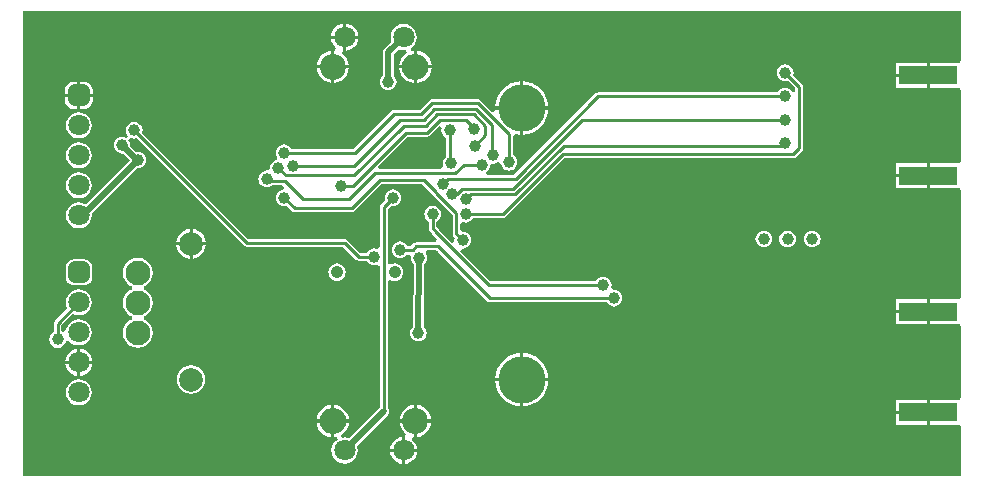
<source format=gbl>
G04*
G04 #@! TF.GenerationSoftware,Altium Limited,Altium Designer,18.1.1 (9)*
G04*
G04 Layer_Physical_Order=2*
G04 Layer_Color=16711680*
%FSLAX42Y42*%
%MOMM*%
G71*
G01*
G75*
%ADD37C,4.00*%
%ADD50R,4.90X1.60*%
%ADD56C,0.25*%
%ADD57C,0.50*%
%ADD60C,1.06*%
%ADD61C,1.80*%
G04:AMPARAMS|DCode=62|XSize=1.8mm|YSize=1.8mm|CornerRadius=0.45mm|HoleSize=0mm|Usage=FLASHONLY|Rotation=270.000|XOffset=0mm|YOffset=0mm|HoleType=Round|Shape=RoundedRectangle|*
%AMROUNDEDRECTD62*
21,1,1.80,0.90,0,0,270.0*
21,1,0.90,1.80,0,0,270.0*
1,1,0.90,-0.45,-0.45*
1,1,0.90,-0.45,0.45*
1,1,0.90,0.45,0.45*
1,1,0.90,0.45,-0.45*
%
%ADD62ROUNDEDRECTD62*%
%ADD63O,2.25X2.20*%
%ADD64C,2.20*%
%ADD65C,2.00*%
%ADD66C,2.10*%
%ADD67C,1.00*%
%ADD68C,3.80*%
%ADD69C,0.25*%
G36*
X7969Y3553D02*
X7963Y3530D01*
X7944Y3530D01*
X7705D01*
Y3425D01*
Y3320D01*
X7944D01*
X7963Y3320D01*
X7969Y3297D01*
Y2703D01*
X7963Y2680D01*
X7944Y2680D01*
X7705D01*
Y2575D01*
Y2470D01*
X7944D01*
X7963Y2470D01*
X7969Y2447D01*
Y1553D01*
X7963Y1530D01*
X7944Y1530D01*
X7705D01*
Y1425D01*
Y1320D01*
X7944D01*
X7963Y1320D01*
X7969Y1297D01*
Y703D01*
X7963Y680D01*
X7944Y680D01*
X7705D01*
Y575D01*
Y470D01*
X7944D01*
X7963Y470D01*
X7969Y447D01*
Y31D01*
X31D01*
Y3969D01*
X7969D01*
Y3553D01*
D02*
G37*
%LPC*%
G36*
X2763Y3865D02*
Y3763D01*
X2865D01*
X2862Y3780D01*
X2851Y3808D01*
X2832Y3832D01*
X2808Y3851D01*
X2780Y3862D01*
X2763Y3865D01*
D02*
G37*
G36*
X2737D02*
X2720Y3862D01*
X2692Y3851D01*
X2668Y3832D01*
X2649Y3808D01*
X2638Y3780D01*
X2635Y3763D01*
X2737D01*
Y3865D01*
D02*
G37*
G36*
X2865Y3737D02*
X2763D01*
Y3635D01*
X2780Y3638D01*
X2808Y3649D01*
X2832Y3668D01*
X2851Y3692D01*
X2862Y3720D01*
X2865Y3737D01*
D02*
G37*
G36*
X2737D02*
X2635D01*
X2638Y3720D01*
X2649Y3692D01*
X2668Y3668D01*
X2681Y3658D01*
X2671Y3634D01*
X2663Y3635D01*
Y3513D01*
X2785D01*
X2782Y3535D01*
X2768Y3568D01*
X2747Y3597D01*
X2727Y3611D01*
X2737Y3635D01*
X2737Y3635D01*
Y3737D01*
D02*
G37*
G36*
X3363Y3635D02*
Y3513D01*
X3487D01*
X3484Y3535D01*
X3471Y3568D01*
X3449Y3597D01*
X3421Y3618D01*
X3388Y3632D01*
X3363Y3635D01*
D02*
G37*
G36*
X2637Y3635D02*
X2615Y3632D01*
X2582Y3618D01*
X2553Y3597D01*
X2532Y3568D01*
X2518Y3535D01*
X2515Y3513D01*
X2637D01*
Y3635D01*
D02*
G37*
G36*
X3250Y3861D02*
X3221Y3857D01*
X3195Y3846D01*
X3172Y3828D01*
X3154Y3805D01*
X3143Y3779D01*
X3139Y3750D01*
X3143Y3721D01*
X3147Y3712D01*
X3088Y3652D01*
X3078Y3638D01*
X3074Y3620D01*
Y3423D01*
X3070Y3420D01*
X3059Y3405D01*
X3052Y3388D01*
X3049Y3370D01*
X3052Y3352D01*
X3059Y3335D01*
X3070Y3320D01*
X3085Y3309D01*
X3102Y3302D01*
X3120Y3299D01*
X3138Y3302D01*
X3155Y3309D01*
X3170Y3320D01*
X3181Y3335D01*
X3188Y3352D01*
X3191Y3370D01*
X3188Y3388D01*
X3181Y3405D01*
X3170Y3420D01*
X3166Y3423D01*
Y3601D01*
X3212Y3647D01*
X3221Y3643D01*
X3250Y3639D01*
X3271Y3642D01*
X3279Y3618D01*
X3251Y3597D01*
X3229Y3568D01*
X3216Y3535D01*
X3213Y3513D01*
X3337D01*
Y3635D01*
X3317Y3633D01*
X3311Y3643D01*
X3309Y3657D01*
X3328Y3672D01*
X3346Y3695D01*
X3357Y3721D01*
X3361Y3750D01*
X3357Y3779D01*
X3346Y3805D01*
X3328Y3828D01*
X3305Y3846D01*
X3279Y3857D01*
X3250Y3861D01*
D02*
G37*
G36*
X7680Y3530D02*
X7422D01*
Y3438D01*
X7680D01*
Y3530D01*
D02*
G37*
G36*
X2785Y3487D02*
X2663D01*
Y3365D01*
X2685Y3368D01*
X2718Y3382D01*
X2747Y3403D01*
X2768Y3432D01*
X2782Y3465D01*
X2785Y3487D01*
D02*
G37*
G36*
X2637D02*
X2515D01*
X2518Y3465D01*
X2532Y3432D01*
X2553Y3403D01*
X2582Y3382D01*
X2615Y3368D01*
X2637Y3365D01*
Y3487D01*
D02*
G37*
G36*
X3487D02*
X3363D01*
Y3365D01*
X3388Y3368D01*
X3421Y3382D01*
X3449Y3403D01*
X3471Y3432D01*
X3484Y3465D01*
X3487Y3487D01*
D02*
G37*
G36*
X3337D02*
X3213D01*
X3216Y3465D01*
X3229Y3432D01*
X3251Y3403D01*
X3279Y3382D01*
X3312Y3368D01*
X3337Y3365D01*
Y3487D01*
D02*
G37*
G36*
X7680Y3412D02*
X7422D01*
Y3320D01*
X7680D01*
Y3412D01*
D02*
G37*
G36*
X6480Y3521D02*
X6462Y3518D01*
X6445Y3511D01*
X6430Y3500D01*
X6419Y3485D01*
X6412Y3468D01*
X6409Y3450D01*
X6412Y3432D01*
X6419Y3415D01*
X6430Y3400D01*
X6445Y3389D01*
X6462Y3382D01*
X6480Y3379D01*
X6498Y3382D01*
X6500Y3383D01*
X6567Y3316D01*
Y3289D01*
X6542Y3284D01*
X6541Y3285D01*
X6530Y3300D01*
X6515Y3311D01*
X6498Y3318D01*
X6480Y3321D01*
X6462Y3318D01*
X6445Y3311D01*
X6430Y3300D01*
X6419Y3285D01*
X6418Y3283D01*
X4896D01*
X4883Y3281D01*
X4872Y3274D01*
X4184Y2586D01*
X3955D01*
X3948Y2603D01*
X3948Y2611D01*
X3960Y2620D01*
X3971Y2635D01*
X3978Y2652D01*
X3979Y2660D01*
X3986Y2672D01*
X4004Y2680D01*
X4010Y2679D01*
X4028Y2682D01*
X4045Y2689D01*
X4071Y2677D01*
X4072Y2672D01*
X4079Y2655D01*
X4090Y2640D01*
X4105Y2629D01*
X4122Y2622D01*
X4140Y2619D01*
X4158Y2622D01*
X4175Y2629D01*
X4190Y2640D01*
X4201Y2655D01*
X4208Y2672D01*
X4211Y2690D01*
X4208Y2708D01*
X4201Y2725D01*
X4190Y2740D01*
X4175Y2751D01*
X4173Y2752D01*
Y2912D01*
X4198Y2930D01*
X4206Y2928D01*
X4237Y2925D01*
Y3137D01*
X4025D01*
X4026Y3126D01*
X4002Y3115D01*
X3903Y3213D01*
X3893Y3221D01*
X3880Y3223D01*
X3490D01*
X3477Y3221D01*
X3467Y3213D01*
X3386Y3133D01*
X3170D01*
X3157Y3131D01*
X3147Y3123D01*
X2826Y2803D01*
X2390D01*
X2390Y2803D01*
X2302D01*
X2301Y2805D01*
X2290Y2820D01*
X2275Y2831D01*
X2258Y2838D01*
X2240Y2841D01*
X2222Y2838D01*
X2205Y2831D01*
X2190Y2820D01*
X2179Y2805D01*
X2172Y2788D01*
X2169Y2770D01*
X2172Y2752D01*
X2179Y2735D01*
X2179Y2734D01*
X2174Y2718D01*
X2169Y2707D01*
X2155Y2701D01*
X2140Y2690D01*
X2129Y2675D01*
X2122Y2658D01*
X2119Y2640D01*
X2118Y2637D01*
X2097Y2620D01*
X2090Y2621D01*
X2072Y2618D01*
X2055Y2611D01*
X2040Y2600D01*
X2029Y2585D01*
X2022Y2568D01*
X2019Y2550D01*
X2022Y2532D01*
X2029Y2515D01*
X2040Y2500D01*
X2055Y2489D01*
X2072Y2482D01*
X2090Y2479D01*
X2108Y2482D01*
X2125Y2489D01*
X2136Y2497D01*
X2223D01*
X2237Y2483D01*
X2233Y2470D01*
X2226Y2459D01*
X2222Y2458D01*
X2205Y2451D01*
X2190Y2440D01*
X2179Y2425D01*
X2172Y2408D01*
X2169Y2390D01*
X2172Y2372D01*
X2179Y2355D01*
X2190Y2340D01*
X2205Y2329D01*
X2222Y2322D01*
X2240Y2319D01*
X2258Y2322D01*
X2260Y2323D01*
X2307Y2277D01*
X2317Y2269D01*
X2330Y2267D01*
X2810D01*
X2823Y2269D01*
X2833Y2277D01*
X3064Y2507D01*
X3406D01*
X3494Y2419D01*
X3501Y2409D01*
X3664Y2245D01*
Y2083D01*
X3667Y2070D01*
X3674Y2059D01*
X3683Y2050D01*
X3682Y2048D01*
X3679Y2030D01*
X3680Y2022D01*
X3657Y2010D01*
X3553Y2113D01*
X3553Y2115D01*
X3546Y2126D01*
X3528Y2144D01*
Y2188D01*
X3530Y2189D01*
X3545Y2200D01*
X3556Y2215D01*
X3563Y2232D01*
X3566Y2250D01*
X3563Y2268D01*
X3556Y2285D01*
X3545Y2300D01*
X3530Y2311D01*
X3513Y2318D01*
X3495Y2321D01*
X3477Y2318D01*
X3460Y2311D01*
X3445Y2300D01*
X3434Y2285D01*
X3427Y2268D01*
X3424Y2250D01*
X3427Y2232D01*
X3434Y2215D01*
X3445Y2200D01*
X3460Y2189D01*
X3462Y2188D01*
Y2130D01*
X3464Y2117D01*
X3472Y2107D01*
X3489Y2089D01*
X3489Y2087D01*
X3497Y2077D01*
X3535Y2038D01*
X3525Y2013D01*
X3357D01*
X3344Y2011D01*
X3333Y2003D01*
X3313Y1983D01*
X3282D01*
X3281Y1985D01*
X3270Y2000D01*
X3255Y2011D01*
X3238Y2018D01*
X3220Y2021D01*
X3202Y2018D01*
X3185Y2011D01*
X3170Y2000D01*
X3159Y1985D01*
X3152Y1968D01*
X3149Y1950D01*
X3152Y1932D01*
X3159Y1915D01*
X3170Y1900D01*
X3185Y1889D01*
X3202Y1882D01*
X3220Y1879D01*
X3238Y1882D01*
X3255Y1889D01*
X3270Y1900D01*
X3273Y1904D01*
X3291Y1907D01*
X3300Y1906D01*
X3303Y1904D01*
X3311Y1892D01*
X3309Y1880D01*
X3312Y1862D01*
X3319Y1845D01*
X3330Y1830D01*
X3334Y1827D01*
X3330Y1298D01*
X3325Y1295D01*
X3314Y1280D01*
X3307Y1263D01*
X3304Y1245D01*
X3307Y1227D01*
X3314Y1210D01*
X3325Y1195D01*
X3340Y1184D01*
X3357Y1177D01*
X3375Y1174D01*
X3393Y1177D01*
X3410Y1184D01*
X3425Y1195D01*
X3436Y1210D01*
X3443Y1227D01*
X3446Y1245D01*
X3443Y1263D01*
X3436Y1280D01*
X3425Y1295D01*
X3421Y1298D01*
X3425Y1827D01*
X3430Y1830D01*
X3441Y1845D01*
X3448Y1862D01*
X3451Y1880D01*
X3448Y1898D01*
X3441Y1915D01*
X3436Y1922D01*
X3447Y1947D01*
X3447Y1947D01*
X3526D01*
X3957Y1517D01*
X3967Y1509D01*
X3980Y1507D01*
X4968D01*
X4969Y1505D01*
X4980Y1490D01*
X4995Y1479D01*
X5012Y1472D01*
X5030Y1469D01*
X5048Y1472D01*
X5065Y1479D01*
X5080Y1490D01*
X5091Y1505D01*
X5098Y1522D01*
X5101Y1540D01*
X5098Y1558D01*
X5091Y1575D01*
X5080Y1590D01*
X5065Y1601D01*
X5048Y1608D01*
X5030Y1611D01*
X5026Y1610D01*
X5008Y1632D01*
X5011Y1650D01*
X5008Y1668D01*
X5001Y1685D01*
X4990Y1700D01*
X4975Y1711D01*
X4958Y1718D01*
X4940Y1721D01*
X4922Y1718D01*
X4905Y1711D01*
X4890Y1700D01*
X4879Y1685D01*
X4878Y1683D01*
X3984D01*
X3933Y1733D01*
X3730Y1937D01*
X3742Y1960D01*
X3750Y1959D01*
X3768Y1962D01*
X3785Y1969D01*
X3800Y1980D01*
X3811Y1995D01*
X3818Y2012D01*
X3821Y2030D01*
X3818Y2048D01*
X3811Y2065D01*
X3800Y2080D01*
X3785Y2091D01*
X3768Y2098D01*
X3750Y2101D01*
X3731Y2123D01*
Y2170D01*
X3756Y2184D01*
X3762Y2182D01*
X3780Y2179D01*
X3798Y2182D01*
X3815Y2189D01*
X3830Y2200D01*
X3841Y2215D01*
X3842Y2217D01*
X4088D01*
X4101Y2219D01*
X4112Y2227D01*
X4612Y2727D01*
X6550D01*
X6563Y2729D01*
X6573Y2737D01*
X6623Y2787D01*
X6631Y2797D01*
X6633Y2810D01*
Y3330D01*
X6631Y3343D01*
X6623Y3353D01*
X6547Y3430D01*
X6548Y3432D01*
X6551Y3450D01*
X6548Y3468D01*
X6541Y3485D01*
X6530Y3500D01*
X6515Y3511D01*
X6498Y3518D01*
X6480Y3521D01*
D02*
G37*
G36*
X545Y3374D02*
X513D01*
Y3271D01*
X616D01*
Y3303D01*
X614Y3321D01*
X606Y3339D01*
X595Y3353D01*
X581Y3364D01*
X563Y3372D01*
X545Y3374D01*
D02*
G37*
G36*
X487D02*
X455D01*
X437Y3372D01*
X419Y3364D01*
X405Y3353D01*
X394Y3339D01*
X386Y3321D01*
X384Y3303D01*
Y3271D01*
X487D01*
Y3374D01*
D02*
G37*
G36*
X4263Y3375D02*
Y3163D01*
X4475D01*
X4472Y3194D01*
X4459Y3237D01*
X4438Y3276D01*
X4410Y3310D01*
X4376Y3338D01*
X4337Y3359D01*
X4294Y3372D01*
X4263Y3375D01*
D02*
G37*
G36*
X4237Y3375D02*
X4206Y3372D01*
X4163Y3359D01*
X4124Y3338D01*
X4090Y3310D01*
X4062Y3276D01*
X4041Y3237D01*
X4028Y3194D01*
X4025Y3163D01*
X4237D01*
Y3375D01*
D02*
G37*
G36*
X616Y3245D02*
X513D01*
Y3142D01*
X545D01*
X563Y3144D01*
X581Y3152D01*
X595Y3163D01*
X606Y3177D01*
X614Y3195D01*
X616Y3213D01*
Y3245D01*
D02*
G37*
G36*
X487D02*
X384D01*
Y3213D01*
X386Y3195D01*
X394Y3177D01*
X405Y3163D01*
X419Y3152D01*
X437Y3144D01*
X455Y3142D01*
X487D01*
Y3245D01*
D02*
G37*
G36*
X4475Y3137D02*
X4263D01*
Y2925D01*
X4294Y2928D01*
X4337Y2941D01*
X4376Y2962D01*
X4410Y2990D01*
X4438Y3024D01*
X4459Y3063D01*
X4472Y3106D01*
X4475Y3137D01*
D02*
G37*
G36*
X970Y3031D02*
X952Y3028D01*
X935Y3021D01*
X920Y3010D01*
X909Y2995D01*
X902Y2978D01*
X899Y2960D01*
X902Y2942D01*
X909Y2925D01*
X916Y2916D01*
X900Y2896D01*
X883Y2903D01*
X865Y2906D01*
X847Y2903D01*
X830Y2896D01*
X815Y2885D01*
X804Y2870D01*
X797Y2853D01*
X794Y2835D01*
X797Y2817D01*
X804Y2800D01*
X815Y2785D01*
X830Y2774D01*
X847Y2767D01*
X865Y2764D01*
X870Y2765D01*
X930Y2705D01*
X930Y2705D01*
X560Y2335D01*
X555Y2338D01*
X529Y2349D01*
X500Y2353D01*
X471Y2349D01*
X445Y2338D01*
X422Y2320D01*
X404Y2297D01*
X393Y2271D01*
X389Y2242D01*
X393Y2213D01*
X404Y2187D01*
X422Y2164D01*
X445Y2146D01*
X471Y2135D01*
X500Y2131D01*
X529Y2135D01*
X555Y2146D01*
X578Y2164D01*
X596Y2187D01*
X607Y2213D01*
X611Y2242D01*
X609Y2254D01*
X995Y2640D01*
X1000Y2639D01*
X1018Y2642D01*
X1035Y2649D01*
X1050Y2660D01*
X1061Y2675D01*
X1068Y2692D01*
X1071Y2710D01*
X1068Y2728D01*
X1061Y2745D01*
X1050Y2760D01*
X1035Y2771D01*
X1018Y2778D01*
X1000Y2781D01*
X986Y2779D01*
X935Y2830D01*
X936Y2835D01*
X933Y2853D01*
X926Y2870D01*
X919Y2879D01*
X935Y2899D01*
X952Y2892D01*
X970Y2889D01*
X988Y2892D01*
X990Y2893D01*
X1897Y1987D01*
X1907Y1979D01*
X1920Y1977D01*
X2736D01*
X2847Y1867D01*
X2857Y1859D01*
X2870Y1857D01*
X2938D01*
X2939Y1855D01*
X2950Y1840D01*
X2965Y1829D01*
X2982Y1822D01*
X3000Y1819D01*
X3018Y1822D01*
X3023Y1824D01*
X3048Y1809D01*
Y613D01*
X2788Y353D01*
X2779Y357D01*
X2750Y361D01*
X2729Y358D01*
X2721Y382D01*
X2749Y403D01*
X2771Y432D01*
X2784Y465D01*
X2787Y487D01*
X2663D01*
Y365D01*
X2683Y367D01*
X2689Y357D01*
X2691Y343D01*
X2672Y328D01*
X2654Y305D01*
X2643Y279D01*
X2639Y250D01*
X2643Y221D01*
X2654Y195D01*
X2672Y172D01*
X2695Y154D01*
X2721Y143D01*
X2750Y139D01*
X2779Y143D01*
X2805Y154D01*
X2828Y172D01*
X2846Y195D01*
X2857Y221D01*
X2861Y250D01*
X2857Y279D01*
X2853Y288D01*
X3114Y549D01*
X3124Y564D01*
X3127Y581D01*
X3124Y599D01*
X3115Y612D01*
Y1682D01*
X3130Y1692D01*
X3140Y1695D01*
X3155Y1689D01*
X3174Y1686D01*
X3193Y1689D01*
X3211Y1696D01*
X3226Y1708D01*
X3238Y1723D01*
X3245Y1741D01*
X3248Y1760D01*
X3245Y1779D01*
X3238Y1797D01*
X3226Y1812D01*
X3211Y1824D01*
X3193Y1831D01*
X3174Y1834D01*
X3155Y1831D01*
X3140Y1825D01*
X3130Y1828D01*
X3115Y1838D01*
Y1849D01*
X3116Y1856D01*
Y1924D01*
X3115Y1931D01*
Y2297D01*
X3140Y2323D01*
X3142Y2322D01*
X3160Y2319D01*
X3178Y2322D01*
X3195Y2329D01*
X3210Y2340D01*
X3221Y2355D01*
X3228Y2372D01*
X3231Y2390D01*
X3228Y2408D01*
X3221Y2425D01*
X3210Y2440D01*
X3195Y2451D01*
X3178Y2458D01*
X3160Y2461D01*
X3142Y2458D01*
X3125Y2451D01*
X3110Y2440D01*
X3099Y2425D01*
X3092Y2408D01*
X3089Y2390D01*
X3092Y2372D01*
X3093Y2370D01*
X3058Y2335D01*
X3050Y2324D01*
X3048Y2311D01*
Y1971D01*
X3023Y1956D01*
X3018Y1958D01*
X3000Y1961D01*
X2982Y1958D01*
X2965Y1951D01*
X2950Y1940D01*
X2939Y1925D01*
X2938Y1923D01*
X2884D01*
X2773Y2033D01*
X2763Y2041D01*
X2750Y2043D01*
X1934D01*
X1037Y2940D01*
X1038Y2942D01*
X1041Y2960D01*
X1038Y2978D01*
X1031Y2995D01*
X1020Y3010D01*
X1005Y3021D01*
X988Y3028D01*
X970Y3031D01*
D02*
G37*
G36*
X500Y3115D02*
X471Y3111D01*
X445Y3100D01*
X422Y3082D01*
X404Y3059D01*
X393Y3033D01*
X389Y3004D01*
X393Y2975D01*
X404Y2949D01*
X422Y2926D01*
X445Y2908D01*
X471Y2897D01*
X500Y2893D01*
X529Y2897D01*
X555Y2908D01*
X578Y2926D01*
X596Y2949D01*
X607Y2975D01*
X611Y3004D01*
X607Y3033D01*
X596Y3059D01*
X578Y3082D01*
X555Y3100D01*
X529Y3111D01*
X500Y3115D01*
D02*
G37*
G36*
Y2861D02*
X471Y2857D01*
X445Y2846D01*
X422Y2828D01*
X404Y2805D01*
X393Y2779D01*
X389Y2750D01*
X393Y2721D01*
X404Y2695D01*
X422Y2672D01*
X445Y2654D01*
X471Y2643D01*
X500Y2639D01*
X529Y2643D01*
X555Y2654D01*
X578Y2672D01*
X596Y2695D01*
X607Y2721D01*
X611Y2750D01*
X607Y2779D01*
X596Y2805D01*
X578Y2828D01*
X555Y2846D01*
X529Y2857D01*
X500Y2861D01*
D02*
G37*
G36*
X7680Y2680D02*
X7422D01*
Y2588D01*
X7680D01*
Y2680D01*
D02*
G37*
G36*
Y2562D02*
X7422D01*
Y2470D01*
X7680D01*
Y2562D01*
D02*
G37*
G36*
X500Y2607D02*
X471Y2603D01*
X445Y2592D01*
X422Y2574D01*
X404Y2551D01*
X393Y2525D01*
X389Y2496D01*
X393Y2467D01*
X404Y2441D01*
X422Y2418D01*
X445Y2400D01*
X471Y2389D01*
X500Y2385D01*
X529Y2389D01*
X555Y2400D01*
X578Y2418D01*
X596Y2441D01*
X607Y2467D01*
X611Y2496D01*
X607Y2525D01*
X596Y2551D01*
X578Y2574D01*
X555Y2592D01*
X529Y2603D01*
X500Y2607D01*
D02*
G37*
G36*
X1463Y2125D02*
Y2013D01*
X1575D01*
X1572Y2033D01*
X1560Y2063D01*
X1539Y2089D01*
X1513Y2110D01*
X1483Y2122D01*
X1463Y2125D01*
D02*
G37*
G36*
X1437D02*
X1417Y2122D01*
X1387Y2110D01*
X1361Y2089D01*
X1340Y2063D01*
X1328Y2033D01*
X1325Y2013D01*
X1437D01*
Y2125D01*
D02*
G37*
G36*
X6710Y2111D02*
X6692Y2108D01*
X6675Y2101D01*
X6660Y2090D01*
X6649Y2075D01*
X6642Y2058D01*
X6639Y2040D01*
X6642Y2022D01*
X6649Y2005D01*
X6660Y1990D01*
X6675Y1979D01*
X6692Y1972D01*
X6710Y1969D01*
X6728Y1972D01*
X6745Y1979D01*
X6760Y1990D01*
X6771Y2005D01*
X6778Y2022D01*
X6781Y2040D01*
X6778Y2058D01*
X6771Y2075D01*
X6760Y2090D01*
X6745Y2101D01*
X6728Y2108D01*
X6710Y2111D01*
D02*
G37*
G36*
X6500D02*
X6482Y2108D01*
X6465Y2101D01*
X6450Y2090D01*
X6439Y2075D01*
X6432Y2058D01*
X6429Y2040D01*
X6432Y2022D01*
X6439Y2005D01*
X6450Y1990D01*
X6465Y1979D01*
X6482Y1972D01*
X6500Y1969D01*
X6518Y1972D01*
X6535Y1979D01*
X6550Y1990D01*
X6561Y2005D01*
X6568Y2022D01*
X6571Y2040D01*
X6568Y2058D01*
X6561Y2075D01*
X6550Y2090D01*
X6535Y2101D01*
X6518Y2108D01*
X6500Y2111D01*
D02*
G37*
G36*
X6300D02*
X6282Y2108D01*
X6265Y2101D01*
X6250Y2090D01*
X6239Y2075D01*
X6232Y2058D01*
X6229Y2040D01*
X6232Y2022D01*
X6239Y2005D01*
X6250Y1990D01*
X6265Y1979D01*
X6282Y1972D01*
X6300Y1969D01*
X6318Y1972D01*
X6335Y1979D01*
X6350Y1990D01*
X6361Y2005D01*
X6368Y2022D01*
X6371Y2040D01*
X6368Y2058D01*
X6361Y2075D01*
X6350Y2090D01*
X6335Y2101D01*
X6318Y2108D01*
X6300Y2111D01*
D02*
G37*
G36*
X1575Y1987D02*
X1463D01*
Y1875D01*
X1483Y1878D01*
X1513Y1890D01*
X1539Y1911D01*
X1560Y1937D01*
X1572Y1967D01*
X1575Y1987D01*
D02*
G37*
G36*
X1437D02*
X1325D01*
X1328Y1967D01*
X1340Y1937D01*
X1361Y1911D01*
X1387Y1890D01*
X1417Y1878D01*
X1437Y1875D01*
Y1987D01*
D02*
G37*
G36*
X2686Y1834D02*
X2667Y1831D01*
X2649Y1824D01*
X2634Y1812D01*
X2622Y1797D01*
X2615Y1779D01*
X2612Y1760D01*
X2615Y1741D01*
X2622Y1723D01*
X2634Y1708D01*
X2649Y1696D01*
X2667Y1689D01*
X2686Y1686D01*
X2705Y1689D01*
X2723Y1696D01*
X2738Y1708D01*
X2750Y1723D01*
X2757Y1741D01*
X2760Y1760D01*
X2757Y1779D01*
X2750Y1797D01*
X2738Y1812D01*
X2723Y1824D01*
X2705Y1831D01*
X2686Y1834D01*
D02*
G37*
G36*
X545Y1869D02*
X455D01*
X438Y1866D01*
X422Y1860D01*
X409Y1849D01*
X398Y1836D01*
X392Y1820D01*
X389Y1803D01*
Y1713D01*
X392Y1696D01*
X398Y1680D01*
X409Y1667D01*
X422Y1656D01*
X438Y1650D01*
X455Y1647D01*
X545D01*
X562Y1650D01*
X578Y1656D01*
X591Y1667D01*
X602Y1680D01*
X608Y1696D01*
X611Y1713D01*
Y1803D01*
X608Y1820D01*
X602Y1836D01*
X591Y1849D01*
X578Y1860D01*
X562Y1866D01*
X545Y1869D01*
D02*
G37*
G36*
X7680Y1530D02*
X7422D01*
Y1438D01*
X7680D01*
Y1530D01*
D02*
G37*
G36*
X500Y1615D02*
X471Y1611D01*
X445Y1600D01*
X422Y1582D01*
X404Y1559D01*
X393Y1533D01*
X389Y1504D01*
X393Y1475D01*
X402Y1453D01*
X297Y1347D01*
X289Y1337D01*
X287Y1324D01*
Y1252D01*
X285Y1251D01*
X270Y1240D01*
X259Y1225D01*
X252Y1208D01*
X249Y1190D01*
X252Y1172D01*
X259Y1155D01*
X270Y1140D01*
X285Y1129D01*
X302Y1122D01*
X320Y1119D01*
X338Y1122D01*
X355Y1129D01*
X370Y1140D01*
X381Y1155D01*
X388Y1172D01*
X388Y1174D01*
X415Y1181D01*
X422Y1172D01*
X445Y1154D01*
X471Y1143D01*
X500Y1139D01*
X529Y1143D01*
X555Y1154D01*
X578Y1172D01*
X596Y1195D01*
X607Y1221D01*
X611Y1250D01*
X607Y1279D01*
X596Y1305D01*
X578Y1328D01*
X555Y1346D01*
X529Y1357D01*
X500Y1361D01*
X471Y1357D01*
X445Y1346D01*
X422Y1328D01*
X404Y1305D01*
X393Y1279D01*
X391Y1266D01*
X366Y1254D01*
X353Y1264D01*
Y1310D01*
X449Y1406D01*
X471Y1397D01*
X500Y1393D01*
X529Y1397D01*
X555Y1408D01*
X578Y1426D01*
X596Y1449D01*
X607Y1475D01*
X611Y1504D01*
X607Y1533D01*
X596Y1559D01*
X578Y1582D01*
X555Y1600D01*
X529Y1611D01*
X500Y1615D01*
D02*
G37*
G36*
X7680Y1412D02*
X7422D01*
Y1320D01*
X7680D01*
Y1412D01*
D02*
G37*
G36*
X1000Y1880D02*
X967Y1876D01*
X937Y1863D01*
X911Y1843D01*
X891Y1817D01*
X878Y1787D01*
X874Y1754D01*
X878Y1721D01*
X891Y1691D01*
X911Y1665D01*
X937Y1645D01*
X947Y1641D01*
Y1613D01*
X937Y1609D01*
X911Y1589D01*
X891Y1563D01*
X878Y1533D01*
X874Y1500D01*
X878Y1467D01*
X891Y1437D01*
X911Y1411D01*
X937Y1391D01*
X947Y1387D01*
Y1359D01*
X937Y1355D01*
X911Y1335D01*
X891Y1309D01*
X878Y1279D01*
X874Y1246D01*
X878Y1213D01*
X891Y1183D01*
X911Y1157D01*
X937Y1137D01*
X967Y1124D01*
X1000Y1120D01*
X1033Y1124D01*
X1063Y1137D01*
X1089Y1157D01*
X1109Y1183D01*
X1122Y1213D01*
X1126Y1246D01*
X1122Y1279D01*
X1109Y1309D01*
X1089Y1335D01*
X1063Y1355D01*
X1053Y1359D01*
Y1387D01*
X1063Y1391D01*
X1089Y1411D01*
X1109Y1437D01*
X1122Y1467D01*
X1126Y1500D01*
X1122Y1533D01*
X1109Y1563D01*
X1089Y1589D01*
X1063Y1609D01*
X1053Y1613D01*
Y1641D01*
X1063Y1645D01*
X1089Y1665D01*
X1109Y1691D01*
X1122Y1721D01*
X1126Y1754D01*
X1122Y1787D01*
X1109Y1817D01*
X1089Y1843D01*
X1063Y1863D01*
X1033Y1876D01*
X1000Y1880D01*
D02*
G37*
G36*
X513Y1111D02*
Y1009D01*
X615D01*
X612Y1026D01*
X601Y1054D01*
X582Y1078D01*
X558Y1097D01*
X530Y1108D01*
X513Y1111D01*
D02*
G37*
G36*
X487D02*
X470Y1108D01*
X442Y1097D01*
X418Y1078D01*
X399Y1054D01*
X388Y1026D01*
X385Y1009D01*
X487D01*
Y1111D01*
D02*
G37*
G36*
X615Y983D02*
X513D01*
Y881D01*
X530Y884D01*
X558Y895D01*
X582Y914D01*
X601Y938D01*
X612Y966D01*
X615Y983D01*
D02*
G37*
G36*
X487D02*
X385D01*
X388Y966D01*
X399Y938D01*
X418Y914D01*
X442Y895D01*
X470Y884D01*
X487Y881D01*
Y983D01*
D02*
G37*
G36*
X4263Y1075D02*
Y863D01*
X4475D01*
X4472Y894D01*
X4459Y937D01*
X4438Y976D01*
X4410Y1010D01*
X4376Y1038D01*
X4337Y1059D01*
X4294Y1072D01*
X4263Y1075D01*
D02*
G37*
G36*
X4237Y1075D02*
X4206Y1072D01*
X4163Y1059D01*
X4124Y1038D01*
X4090Y1010D01*
X4062Y976D01*
X4041Y937D01*
X4028Y894D01*
X4025Y863D01*
X4237D01*
Y1075D01*
D02*
G37*
G36*
X1450Y971D02*
X1419Y967D01*
X1389Y955D01*
X1364Y936D01*
X1345Y911D01*
X1333Y881D01*
X1329Y850D01*
X1333Y819D01*
X1345Y789D01*
X1364Y764D01*
X1389Y745D01*
X1419Y733D01*
X1450Y729D01*
X1481Y733D01*
X1511Y745D01*
X1536Y764D01*
X1555Y789D01*
X1567Y819D01*
X1571Y850D01*
X1567Y881D01*
X1555Y911D01*
X1536Y936D01*
X1511Y955D01*
X1481Y967D01*
X1450Y971D01*
D02*
G37*
G36*
X500Y853D02*
X471Y849D01*
X445Y838D01*
X422Y820D01*
X404Y797D01*
X393Y771D01*
X389Y742D01*
X393Y713D01*
X404Y687D01*
X422Y664D01*
X445Y646D01*
X471Y635D01*
X500Y631D01*
X529Y635D01*
X555Y646D01*
X578Y664D01*
X596Y687D01*
X607Y713D01*
X611Y742D01*
X607Y771D01*
X596Y797D01*
X578Y820D01*
X555Y838D01*
X529Y849D01*
X500Y853D01*
D02*
G37*
G36*
X4237Y837D02*
X4025D01*
X4028Y806D01*
X4041Y763D01*
X4062Y724D01*
X4090Y690D01*
X4124Y662D01*
X4163Y641D01*
X4206Y628D01*
X4237Y625D01*
Y837D01*
D02*
G37*
G36*
X4475D02*
X4263D01*
Y625D01*
X4294Y628D01*
X4337Y641D01*
X4376Y662D01*
X4410Y690D01*
X4438Y724D01*
X4459Y763D01*
X4472Y806D01*
X4475Y837D01*
D02*
G37*
G36*
X7680Y680D02*
X7422D01*
Y588D01*
X7680D01*
Y680D01*
D02*
G37*
G36*
X3363Y635D02*
Y513D01*
X3485D01*
X3482Y535D01*
X3468Y568D01*
X3447Y597D01*
X3418Y618D01*
X3385Y632D01*
X3363Y635D01*
D02*
G37*
G36*
X3337D02*
X3315Y632D01*
X3282Y618D01*
X3253Y597D01*
X3232Y568D01*
X3218Y535D01*
X3215Y513D01*
X3337D01*
Y635D01*
D02*
G37*
G36*
X2663Y635D02*
Y513D01*
X2787D01*
X2784Y535D01*
X2771Y568D01*
X2749Y597D01*
X2721Y618D01*
X2688Y632D01*
X2663Y635D01*
D02*
G37*
G36*
X2637D02*
X2612Y632D01*
X2579Y618D01*
X2551Y597D01*
X2529Y568D01*
X2516Y535D01*
X2513Y513D01*
X2637D01*
Y635D01*
D02*
G37*
G36*
X7680Y562D02*
X7422D01*
Y470D01*
X7680D01*
Y562D01*
D02*
G37*
G36*
X3485Y487D02*
X3363D01*
Y365D01*
X3385Y368D01*
X3418Y382D01*
X3447Y403D01*
X3468Y432D01*
X3482Y465D01*
X3485Y487D01*
D02*
G37*
G36*
X3337D02*
X3215D01*
X3218Y465D01*
X3232Y432D01*
X3253Y403D01*
X3273Y389D01*
X3263Y365D01*
X3263Y365D01*
Y263D01*
X3365D01*
X3362Y280D01*
X3351Y308D01*
X3332Y332D01*
X3319Y342D01*
X3329Y366D01*
X3337Y365D01*
Y487D01*
D02*
G37*
G36*
X2637D02*
X2513D01*
X2516Y465D01*
X2529Y432D01*
X2551Y403D01*
X2579Y382D01*
X2612Y368D01*
X2637Y365D01*
Y487D01*
D02*
G37*
G36*
X3237Y365D02*
X3220Y362D01*
X3192Y351D01*
X3168Y332D01*
X3149Y308D01*
X3138Y280D01*
X3135Y263D01*
X3237D01*
Y365D01*
D02*
G37*
G36*
X3365Y237D02*
X3263D01*
Y135D01*
X3280Y138D01*
X3308Y149D01*
X3332Y168D01*
X3351Y192D01*
X3362Y220D01*
X3365Y237D01*
D02*
G37*
G36*
X3237D02*
X3135D01*
X3138Y220D01*
X3149Y192D01*
X3168Y168D01*
X3192Y149D01*
X3220Y138D01*
X3237Y135D01*
Y237D01*
D02*
G37*
%LPD*%
G36*
X3573Y2981D02*
X3572Y2978D01*
X3569Y2960D01*
X3572Y2942D01*
X3579Y2925D01*
X3590Y2910D01*
X3605Y2899D01*
X3607Y2898D01*
Y2735D01*
X3600Y2730D01*
X3589Y2715D01*
X3582Y2698D01*
X3579Y2680D01*
X3582Y2662D01*
X3584Y2656D01*
X3570Y2631D01*
X3043D01*
X3032Y2656D01*
X3284Y2907D01*
X3450D01*
X3463Y2909D01*
X3473Y2917D01*
X3552Y2995D01*
X3573Y2981D01*
D02*
G37*
D37*
X4250Y850D02*
D03*
Y3150D02*
D03*
D50*
X7693Y1425D02*
D03*
Y575D02*
D03*
Y2575D02*
D03*
Y3425D02*
D03*
D56*
X2810Y2300D02*
X3050Y2540D01*
X2330Y2300D02*
X2810D01*
X2240Y2390D02*
X2330Y2300D01*
X2310Y2630D02*
X2340Y2660D01*
X2830D02*
X3220Y3050D01*
X2340Y2660D02*
X2830D01*
X2840Y2770D02*
X3170Y3100D01*
X2390Y2770D02*
X2840D01*
X3490Y3190D02*
X3880D01*
X3400Y3100D02*
X3490Y3190D01*
X3170Y3100D02*
X3400D01*
X3510Y3140D02*
X3864D01*
X3420Y3050D02*
X3510Y3140D01*
X3220Y3050D02*
X3420D01*
X3535Y3095D02*
X3845D01*
X3440Y3000D02*
X3535Y3095D01*
X3250Y3000D02*
X3440D01*
X3560Y3050D02*
X3777D01*
X3450Y2940D02*
X3560Y3050D01*
X3270Y2940D02*
X3450D01*
X2830Y2580D02*
X3250Y3000D01*
X2820Y2490D02*
X3270Y2940D01*
X3970Y1650D02*
X4940D01*
X3910Y1710D02*
X3970Y1650D01*
X3980Y1540D02*
X5030D01*
X3540Y1980D02*
X3980Y1540D01*
X2245Y2530D02*
X2398Y2377D01*
X2788D01*
X3008Y2598D01*
X3611D01*
X2720Y2490D02*
X2820D01*
X2250Y2580D02*
X2830D01*
X3050Y2540D02*
X3420D01*
X3520Y2440D01*
X3524Y2433D02*
X3697Y2259D01*
X1920Y2010D02*
X2750D01*
X970Y2960D02*
X1920Y2010D01*
X990Y2710D02*
X1000D01*
X2750Y2010D02*
X2870Y1890D01*
X3000D01*
X500Y2242D02*
X532D01*
X320Y1190D02*
Y1324D01*
X500Y1504D01*
X2240Y2770D02*
X2390D01*
X2390Y2770D01*
X2190Y2640D02*
X2250Y2580D01*
X2310Y2662D02*
X2310Y2662D01*
X2090Y2550D02*
X2110Y2530D01*
X2245D01*
X3611Y2598D02*
X3613Y2600D01*
X3616Y2598D01*
X3684D01*
X3757Y2670D01*
X3780Y2250D02*
X4088D01*
X3697Y2083D02*
Y2259D01*
X3495Y2130D02*
Y2250D01*
Y2130D02*
X3522Y2102D01*
X3520Y2100D02*
X3522Y2102D01*
X3520Y2100D02*
X3910Y1710D01*
X3697Y2083D02*
X3750Y2030D01*
X3357Y1980D02*
X3540D01*
X3757Y2670D02*
X3910D01*
X4088Y2250D02*
X4598Y2760D01*
X2310Y2630D02*
Y2662D01*
X3880Y3190D02*
X4140Y2930D01*
Y2690D02*
Y2930D01*
X3864Y3140D02*
X4000Y3004D01*
Y2770D02*
Y3004D01*
X4010Y2720D02*
Y2750D01*
X3845Y3095D02*
X3940Y3000D01*
Y2920D02*
Y3000D01*
X3850Y2830D02*
X3940Y2920D01*
X3777Y3050D02*
X3845Y2982D01*
Y2970D02*
Y2982D01*
X3640Y2690D02*
Y2960D01*
Y2690D02*
X3650Y2680D01*
X4598Y2760D02*
X6550D01*
X6600Y2810D01*
Y3330D01*
X6480Y3450D02*
X6600Y3330D01*
X3327Y1950D02*
X3357Y1980D01*
X3220Y1950D02*
X3327D01*
D57*
X3120Y3620D02*
X3250Y3750D01*
X3120Y3370D02*
Y3620D01*
X2750Y250D02*
X3081Y581D01*
X532Y2242D02*
X1000Y2710D01*
X865Y2835D02*
X990Y2710D01*
X3375Y1245D02*
X3380Y1880D01*
D60*
X2686Y1760D02*
D03*
X3174D02*
D03*
D61*
X500Y2242D02*
D03*
Y2496D02*
D03*
Y3004D02*
D03*
Y2750D02*
D03*
X3250Y3750D02*
D03*
X2750D02*
D03*
X500Y1250D02*
D03*
Y1504D02*
D03*
Y996D02*
D03*
Y742D02*
D03*
X3250Y250D02*
D03*
X2750D02*
D03*
D62*
X500Y3258D02*
D03*
Y1758D02*
D03*
D63*
X3350Y3500D02*
D03*
X2650Y500D02*
D03*
D64*
X2650Y3500D02*
D03*
X3350Y500D02*
D03*
D65*
X1450Y850D02*
D03*
Y2000D02*
D03*
D66*
X1000Y1246D02*
D03*
Y1754D02*
D03*
Y1500D02*
D03*
D67*
X6710Y2040D02*
D03*
X6500D02*
D03*
X6300D02*
D03*
X3120Y3370D02*
D03*
X7350Y3650D02*
D03*
X7290Y660D02*
D03*
X2720Y2490D02*
D03*
X2970Y2330D02*
D03*
X3160Y2390D02*
D03*
X970Y2960D02*
D03*
Y3110D02*
D03*
X1000Y2710D02*
D03*
X2200Y2940D02*
D03*
X865Y2835D02*
D03*
X2570Y3100D02*
D03*
X3530Y2820D02*
D03*
X3000Y1890D02*
D03*
X320Y1190D02*
D03*
X2240Y2770D02*
D03*
X2190Y2640D02*
D03*
X2310Y2662D02*
D03*
X2240Y2390D02*
D03*
X2220Y2100D02*
D03*
X3780Y2380D02*
D03*
Y2250D02*
D03*
X3615Y2200D02*
D03*
X3750Y2030D02*
D03*
X3660Y2420D02*
D03*
X3495Y2250D02*
D03*
X3505Y1895D02*
D03*
X2090Y2550D02*
D03*
X4140Y2690D02*
D03*
X4010Y2750D02*
D03*
X3850Y2830D02*
D03*
X3845Y2970D02*
D03*
X3650Y2680D02*
D03*
X3640Y2960D02*
D03*
X3910Y2670D02*
D03*
X3580Y2510D02*
D03*
X3370Y3220D02*
D03*
X3220Y1950D02*
D03*
X7150Y3650D02*
D03*
X6950D02*
D03*
X7350Y3850D02*
D03*
X7150D02*
D03*
X6950D02*
D03*
X6750D02*
D03*
X6550D02*
D03*
X6350D02*
D03*
X6150D02*
D03*
X5950D02*
D03*
X5750D02*
D03*
X5550D02*
D03*
X5350D02*
D03*
X5150D02*
D03*
X4950D02*
D03*
X5300Y750D02*
D03*
X5150D02*
D03*
X7500Y3600D02*
D03*
X7350Y3500D02*
D03*
Y3350D02*
D03*
X7800Y3200D02*
D03*
X7650D02*
D03*
X7500D02*
D03*
X7350D02*
D03*
X7200D02*
D03*
X7050Y3300D02*
D03*
X7850Y2400D02*
D03*
X7700D02*
D03*
X7550D02*
D03*
X7400D02*
D03*
X7800Y2800D02*
D03*
X7650D02*
D03*
X7200Y2850D02*
D03*
X7500Y2800D02*
D03*
X7350D02*
D03*
X7250Y2750D02*
D03*
Y2600D02*
D03*
Y2450D02*
D03*
Y2300D02*
D03*
Y2150D02*
D03*
X7100D02*
D03*
X6950D02*
D03*
X6300Y2250D02*
D03*
Y2450D02*
D03*
Y2650D02*
D03*
X6000Y1000D02*
D03*
X5900Y900D02*
D03*
Y1050D02*
D03*
Y1200D02*
D03*
Y1350D02*
D03*
Y1500D02*
D03*
Y1650D02*
D03*
Y1800D02*
D03*
X6480Y2450D02*
D03*
X6900Y3450D02*
D03*
Y3250D02*
D03*
Y3050D02*
D03*
Y2850D02*
D03*
Y2650D02*
D03*
X7290Y520D02*
D03*
X7400Y400D02*
D03*
Y750D02*
D03*
X7550D02*
D03*
Y400D02*
D03*
X7850Y750D02*
D03*
X7700D02*
D03*
X7400Y1250D02*
D03*
X7850D02*
D03*
X7700D02*
D03*
X7550D02*
D03*
X7300Y1350D02*
D03*
Y1500D02*
D03*
X7400Y1600D02*
D03*
X7550D02*
D03*
X7700D02*
D03*
X7850D02*
D03*
X7650Y1100D02*
D03*
X7450D02*
D03*
X7250D02*
D03*
X7050D02*
D03*
X6800D02*
D03*
X7650Y850D02*
D03*
X7450D02*
D03*
X7250D02*
D03*
X7050D02*
D03*
X6800D02*
D03*
X6600D02*
D03*
X6400D02*
D03*
X6390Y1170D02*
D03*
X6380Y1440D02*
D03*
X6020Y1100D02*
D03*
X6020Y880D02*
D03*
X6480Y3650D02*
D03*
X4990Y740D02*
D03*
X4730Y540D02*
D03*
X2210Y320D02*
D03*
X2210Y890D02*
D03*
X1723Y730D02*
D03*
X1780Y820D02*
D03*
X6490Y2250D02*
D03*
X6480Y2650D02*
D03*
X5060Y1760D02*
D03*
X4270Y1750D02*
D03*
X4520D02*
D03*
X4670D02*
D03*
X2390Y1880D02*
D03*
X1410Y1120D02*
D03*
X1670Y1210D02*
D03*
X2020Y1650D02*
D03*
X3375Y1245D02*
D03*
X3380Y1880D02*
D03*
X5030Y1540D02*
D03*
X4940Y1650D02*
D03*
X6480Y2850D02*
D03*
Y3050D02*
D03*
Y3250D02*
D03*
Y3450D02*
D03*
D68*
X250Y250D02*
D03*
Y3750D02*
D03*
X7750Y250D02*
D03*
Y3750D02*
D03*
D69*
X3081Y581D02*
Y1854D01*
Y1926D02*
Y2311D01*
Y1926D02*
X3083Y1924D01*
Y1856D02*
Y1924D01*
X3081Y1854D02*
X3083Y1856D01*
X3081Y2311D02*
X3160Y2390D01*
X4175Y2465D02*
X4760Y3050D01*
X4198Y2552D02*
X4896Y3250D01*
X3622Y2552D02*
X4198D01*
X3748Y2465D02*
X4175D01*
X3703Y2420D02*
X3748Y2465D01*
X3660Y2420D02*
X3703D01*
X3780Y2380D02*
X3820Y2420D01*
X4194D01*
X3580Y2510D02*
X3622Y2552D01*
X3910Y2670D02*
Y2700D01*
X4896Y3250D02*
X6480D01*
X4194Y2420D02*
X4604Y2830D01*
X6460D02*
X6480Y2850D01*
X4604Y2830D02*
X6460D01*
X4760Y3050D02*
X6480D01*
M02*

</source>
